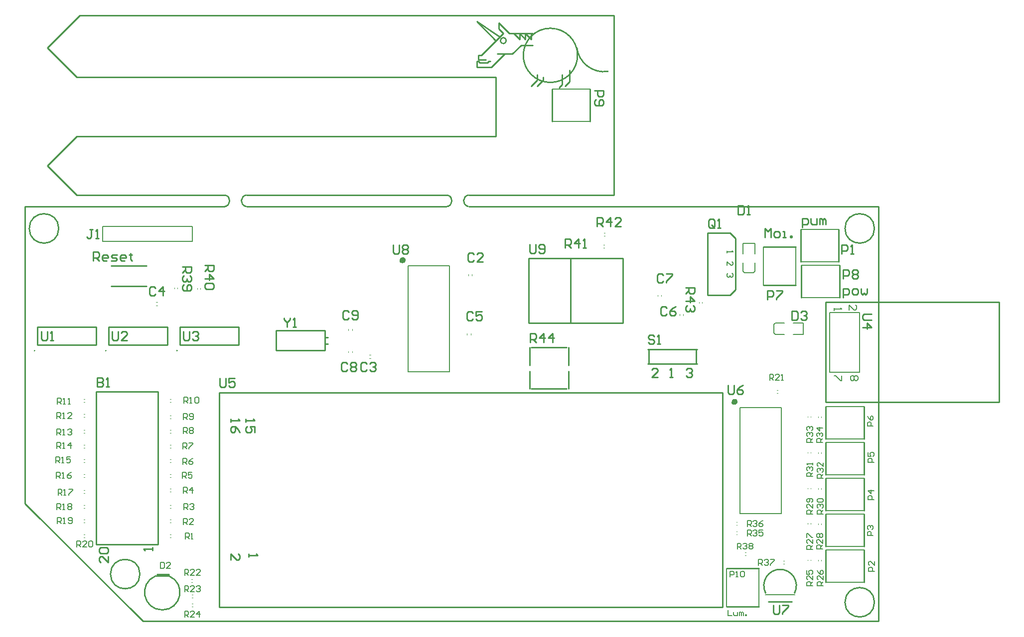
<source format=gto>
%FSLAX25Y25*%
%MOIN*%
G70*
G01*
G75*
G04 Layer_Color=65535*
%ADD10R,0.05118X0.05512*%
%ADD11R,0.05512X0.05118*%
%ADD12R,0.07874X0.02756*%
%ADD13R,0.03937X0.04331*%
%ADD14R,0.04331X0.03937*%
%ADD15R,0.11811X0.09055*%
%ADD16R,0.24016X0.40000*%
%ADD17R,0.07874X0.02362*%
%ADD18R,0.02362X0.06102*%
%ADD19C,0.03937*%
%ADD20C,0.01000*%
%ADD21C,0.02756*%
%ADD22C,0.05906*%
%ADD23C,0.01969*%
%ADD24C,0.07874*%
%ADD25C,0.01575*%
%ADD26C,0.27559*%
%ADD27C,0.07874*%
%ADD28O,0.05906X0.02953*%
%ADD29C,0.07087*%
%ADD30C,0.09843*%
%ADD31C,0.05906*%
%ADD32C,0.08661*%
%ADD33R,0.06299X0.06299*%
%ADD34C,0.06299*%
%ADD35R,0.06299X0.06299*%
%ADD36R,0.05906X0.05906*%
%ADD37C,0.04724*%
%ADD38C,0.01969*%
%ADD39R,0.05906X0.05906*%
%ADD40O,0.03937X0.07874*%
%ADD41O,0.07874X0.04331*%
%ADD42C,0.05000*%
%ADD43C,0.02756*%
%ADD44C,0.03543*%
%ADD45C,0.06693*%
%ADD46C,0.00787*%
%ADD47C,0.00394*%
%ADD48C,0.00800*%
D19*
X252559Y241732D02*
G03*
X252559Y241732I-197J0D01*
G01*
X474606Y146850D02*
G03*
X474606Y146850I-197J0D01*
G01*
D20*
X568110Y12598D02*
G03*
X568110Y12598I-9843J0D01*
G01*
Y262992D02*
G03*
X568110Y262992I-9843J0D01*
G01*
X22441D02*
G03*
X22441Y262992I-9843J0D01*
G01*
X76772Y31496D02*
G03*
X76772Y31496I-9843J0D01*
G01*
X101594Y181102D02*
G03*
X101594Y181102I-20J0D01*
G01*
X53957D02*
G03*
X53957Y181102I-20J0D01*
G01*
X6319Y181102D02*
G03*
X6319Y181102I-20J0D01*
G01*
X514764Y18898D02*
G03*
X495276Y18898I-9744J4860D01*
G01*
X87125Y30164D02*
G03*
X96312Y30182I4614J-10872D01*
G01*
X369094Y383858D02*
G03*
X389764Y368110I18209J2461D01*
G01*
X369527Y378937D02*
G03*
X369527Y378937I-18149J0D01*
G01*
X321850Y388779D02*
G03*
X321850Y388779I-1969J0D01*
G01*
X456614Y218425D02*
Y259921D01*
X471457D01*
X475079Y256299D01*
X456614Y218425D02*
X471378D01*
X475079Y222126D01*
Y256299D01*
X200394Y191339D02*
Y194685D01*
Y181299D02*
Y184646D01*
Y191339D01*
X167913Y194685D02*
X200394D01*
X167913Y181299D02*
X200394D01*
Y185787D02*
X202362D01*
X200394Y189961D02*
X202362D01*
X167717Y181299D02*
Y194685D01*
X88976Y51181D02*
Y153543D01*
X47638D02*
X88976D01*
X47638Y51181D02*
Y153543D01*
Y51181D02*
X88976D01*
X129764Y9449D02*
Y153150D01*
Y9449D02*
X466378D01*
X129764Y153150D02*
X466378D01*
Y9449D02*
Y153150D01*
X57480Y224213D02*
X81102D01*
X57480Y237992D02*
X81102D01*
X448819Y172244D02*
Y182087D01*
X416496D02*
X449646D01*
X417323Y172244D02*
Y182087D01*
X416496Y172244D02*
X449646D01*
X364764Y199606D02*
Y242913D01*
X337008Y199606D02*
Y242913D01*
Y199606D02*
X399764D01*
X337008Y242913D02*
X399764D01*
Y199606D02*
Y242913D01*
X535630Y122047D02*
Y143701D01*
X561221Y122047D02*
Y143701D01*
X535630Y98032D02*
Y119685D01*
X561221Y98032D02*
Y119685D01*
X535630Y74016D02*
Y95669D01*
X561221Y74016D02*
Y95669D01*
X535630Y25984D02*
Y47638D01*
X561221Y25984D02*
Y47638D01*
X535630Y50000D02*
Y71653D01*
X561221Y50000D02*
Y71653D01*
X469291Y35236D02*
X490945D01*
X469291Y9646D02*
X490945D01*
X493701Y225000D02*
X515354D01*
X493701Y250591D02*
X515354D01*
X518701Y240551D02*
Y262205D01*
X544291Y240551D02*
Y262205D01*
X519095Y216535D02*
Y238189D01*
X544685Y216535D02*
Y238189D01*
X338583Y183169D02*
X362205D01*
X338583Y155610D02*
X362205D01*
X363386Y171260D02*
Y183169D01*
X337402Y171260D02*
Y183169D01*
X363386Y155512D02*
Y167323D01*
X337402Y155610D02*
Y167323D01*
X103543Y185039D02*
Y196850D01*
Y185039D02*
X142913D01*
Y196850D01*
X103543D02*
X142913D01*
X55905Y185039D02*
Y196850D01*
Y185039D02*
X95276D01*
Y196850D01*
X55905D02*
X95276D01*
X8268Y185039D02*
Y196850D01*
Y185039D02*
X47638D01*
Y196850D01*
X8268D02*
X47638D01*
X535433Y146555D02*
X651575D01*
X535433D02*
Y213583D01*
X651575D01*
Y146555D02*
Y213583D01*
X497244Y12992D02*
X512992D01*
X88189Y31496D02*
X96063D01*
X87125Y30209D02*
X96312D01*
X352362Y334646D02*
Y356299D01*
X377953Y334646D02*
Y356299D01*
X302165Y401575D02*
X317611Y391278D01*
X302165Y401575D02*
X314961Y388779D01*
Y388779D02*
Y388779D01*
X342520Y358268D02*
X346457Y362205D01*
Y364173D01*
X338583Y358268D02*
X342520Y362205D01*
Y366142D01*
X361221Y358268D02*
X364173Y361221D01*
Y369094D01*
X357283Y357283D02*
X359252Y359252D01*
Y366142D01*
X320866Y379921D02*
X325787D01*
X315945D02*
X320866D01*
X315945Y375000D02*
X320866Y379921D01*
X331693Y385827D02*
X339567D01*
X325787Y379921D02*
X331693Y385827D01*
X310039Y375000D02*
X311024D01*
X309055Y374016D02*
X310039Y375000D01*
X304134Y374016D02*
X309055D01*
X303150Y375000D02*
X304134Y374016D01*
X302165Y375000D02*
X303150D01*
X302165Y371063D02*
Y375000D01*
X312008Y371063D02*
X315945Y375000D01*
X302165Y371063D02*
X312008D01*
X338583Y389764D02*
Y393701D01*
X334646D02*
X338583Y389764D01*
X334646D02*
Y393701D01*
X330709D02*
X334646Y389764D01*
X330709D02*
Y393701D01*
X326772D02*
X330709Y389764D01*
X315945Y375000D02*
Y375000D01*
X303150Y375984D02*
X308071D01*
X303150D02*
Y378937D01*
X305118D01*
X319882Y393701D01*
X316929Y396654D02*
X319882Y393701D01*
X316929Y396654D02*
Y400591D01*
X323819Y393701D02*
X328740D01*
X316929Y400591D02*
X323819Y393701D01*
X328740D02*
X339567D01*
X512795Y207770D02*
Y201772D01*
X515794D01*
X516794Y202771D01*
Y206770D01*
X515794Y207770D01*
X512795D01*
X518793Y206770D02*
X519793Y207770D01*
X521792D01*
X522792Y206770D01*
Y205770D01*
X521792Y204771D01*
X520793D01*
X521792D01*
X522792Y203771D01*
Y202771D01*
X521792Y201772D01*
X519793D01*
X518793Y202771D01*
X48100Y162998D02*
Y157000D01*
X51099D01*
X52099Y158000D01*
Y158999D01*
X51099Y159999D01*
X48100D01*
X51099D01*
X52099Y160999D01*
Y161998D01*
X51099Y162998D01*
X48100D01*
X54098Y157000D02*
X56097D01*
X55098D01*
Y162998D01*
X54098Y161998D01*
X300299Y245598D02*
X299299Y246598D01*
X297300D01*
X296300Y245598D01*
Y241600D01*
X297300Y240600D01*
X299299D01*
X300299Y241600D01*
X306297Y240600D02*
X302298D01*
X306297Y244599D01*
Y245598D01*
X305297Y246598D01*
X303298D01*
X302298Y245598D01*
X228408Y172321D02*
X227409Y173321D01*
X225409D01*
X224410Y172321D01*
Y168323D01*
X225409Y167323D01*
X227409D01*
X228408Y168323D01*
X230408Y172321D02*
X231407Y173321D01*
X233406D01*
X234406Y172321D01*
Y171321D01*
X233406Y170322D01*
X232407D01*
X233406D01*
X234406Y169322D01*
Y168323D01*
X233406Y167323D01*
X231407D01*
X230408Y168323D01*
X87099Y222998D02*
X86099Y223998D01*
X84100D01*
X83100Y222998D01*
Y219000D01*
X84100Y218000D01*
X86099D01*
X87099Y219000D01*
X92097Y218000D02*
Y223998D01*
X89098Y220999D01*
X93097D01*
X299499Y206198D02*
X298499Y207198D01*
X296500D01*
X295500Y206198D01*
Y202200D01*
X296500Y201200D01*
X298499D01*
X299499Y202200D01*
X305497Y207198D02*
X301498D01*
Y204199D01*
X303497Y205199D01*
X304497D01*
X305497Y204199D01*
Y202200D01*
X304497Y201200D01*
X302498D01*
X301498Y202200D01*
X429196Y209723D02*
X428196Y210722D01*
X426196D01*
X425197Y209723D01*
Y205724D01*
X426196Y204724D01*
X428196D01*
X429196Y205724D01*
X435194Y210722D02*
X433194Y209723D01*
X431195Y207723D01*
Y205724D01*
X432195Y204724D01*
X434194D01*
X435194Y205724D01*
Y206724D01*
X434194Y207723D01*
X431195D01*
X426799Y231798D02*
X425799Y232798D01*
X423800D01*
X422800Y231798D01*
Y227800D01*
X423800Y226800D01*
X425799D01*
X426799Y227800D01*
X428798Y232798D02*
X432797D01*
Y231798D01*
X428798Y227800D01*
Y226800D01*
X215613Y172321D02*
X214613Y173321D01*
X212614D01*
X211614Y172321D01*
Y168323D01*
X212614Y167323D01*
X214613D01*
X215613Y168323D01*
X217612Y172321D02*
X218612Y173321D01*
X220611D01*
X221611Y172321D01*
Y171321D01*
X220611Y170322D01*
X221611Y169322D01*
Y168323D01*
X220611Y167323D01*
X218612D01*
X217612Y168323D01*
Y169322D01*
X218612Y170322D01*
X217612Y171321D01*
Y172321D01*
X218612Y170322D02*
X220611D01*
X216400Y207164D02*
X215401Y208163D01*
X213401D01*
X212402Y207164D01*
Y203165D01*
X213401Y202165D01*
X215401D01*
X216400Y203165D01*
X218400D02*
X219399Y202165D01*
X221399D01*
X222398Y203165D01*
Y207164D01*
X221399Y208163D01*
X219399D01*
X218400Y207164D01*
Y206164D01*
X219399Y205164D01*
X222398D01*
X476776Y278378D02*
Y272379D01*
X479775D01*
X480774Y273379D01*
Y277378D01*
X479775Y278378D01*
X476776D01*
X482774Y272379D02*
X484773D01*
X483773D01*
Y278378D01*
X482774Y277378D01*
X45337Y262297D02*
X43338D01*
X44338D01*
Y257299D01*
X43338Y256299D01*
X42338D01*
X41339Y257299D01*
X47337Y256299D02*
X49336D01*
X48336D01*
Y262297D01*
X47337Y261298D01*
X546260Y246063D02*
Y252061D01*
X549259D01*
X550259Y251061D01*
Y249062D01*
X549259Y248062D01*
X546260D01*
X552258Y246063D02*
X554257D01*
X553258D01*
Y252061D01*
X552258Y251061D01*
X496457Y215354D02*
Y221352D01*
X499456D01*
X500455Y220353D01*
Y218353D01*
X499456Y217354D01*
X496457D01*
X502455Y221352D02*
X506454D01*
Y220353D01*
X502455Y216354D01*
Y215354D01*
X547244Y229331D02*
Y235329D01*
X550243D01*
X551243Y234329D01*
Y232330D01*
X550243Y231330D01*
X547244D01*
X553242Y234329D02*
X554242Y235329D01*
X556241D01*
X557241Y234329D01*
Y233329D01*
X556241Y232330D01*
X557241Y231330D01*
Y230330D01*
X556241Y229331D01*
X554242D01*
X553242Y230330D01*
Y231330D01*
X554242Y232330D01*
X553242Y233329D01*
Y234329D01*
X554242Y232330D02*
X556241D01*
X380906Y355315D02*
X386904D01*
Y352316D01*
X385904Y351316D01*
X383905D01*
X382905Y352316D01*
Y355315D01*
X381905Y349317D02*
X380906Y348317D01*
Y346318D01*
X381905Y345318D01*
X385904D01*
X386904Y346318D01*
Y348317D01*
X385904Y349317D01*
X384904D01*
X383905Y348317D01*
Y345318D01*
X461070Y264404D02*
Y268403D01*
X460071Y269403D01*
X458071D01*
X457072Y268403D01*
Y264404D01*
X458071Y263405D01*
X460071D01*
X459071Y265404D02*
X461070Y263405D01*
X460071D02*
X461070Y264404D01*
X463070Y263405D02*
X465069D01*
X464069D01*
Y269403D01*
X463070Y268403D01*
X105315Y237205D02*
X111313D01*
Y234206D01*
X110313Y233206D01*
X108314D01*
X107314Y234206D01*
Y237205D01*
Y235205D02*
X105315Y233206D01*
X110313Y231207D02*
X111313Y230207D01*
Y228208D01*
X110313Y227208D01*
X109314D01*
X108314Y228208D01*
Y229207D01*
Y228208D01*
X107314Y227208D01*
X106315D01*
X105315Y228208D01*
Y230207D01*
X106315Y231207D01*
Y225209D02*
X105315Y224209D01*
Y222210D01*
X106315Y221210D01*
X110313D01*
X111313Y222210D01*
Y224209D01*
X110313Y225209D01*
X109314D01*
X108314Y224209D01*
Y221210D01*
X120079Y238189D02*
X126077D01*
Y235190D01*
X125077Y234190D01*
X123078D01*
X122078Y235190D01*
Y238189D01*
Y236190D02*
X120079Y234190D01*
Y229192D02*
X126077D01*
X123078Y232191D01*
Y228192D01*
X125077Y226193D02*
X126077Y225193D01*
Y223194D01*
X125077Y222194D01*
X121078D01*
X120079Y223194D01*
Y225193D01*
X121078Y226193D01*
X125077D01*
X361221Y250000D02*
Y255998D01*
X364219D01*
X365219Y254998D01*
Y252999D01*
X364219Y251999D01*
X361221D01*
X363220D02*
X365219Y250000D01*
X370218D02*
Y255998D01*
X367218Y252999D01*
X371217D01*
X373217Y250000D02*
X375216D01*
X374216D01*
Y255998D01*
X373217Y254998D01*
X382500Y264200D02*
Y270198D01*
X385499D01*
X386499Y269198D01*
Y267199D01*
X385499Y266199D01*
X382500D01*
X384499D02*
X386499Y264200D01*
X391497D02*
Y270198D01*
X388498Y267199D01*
X392497D01*
X398495Y264200D02*
X394496D01*
X398495Y268199D01*
Y269198D01*
X397495Y270198D01*
X395496D01*
X394496Y269198D01*
X441929Y223425D02*
X447927D01*
Y220426D01*
X446927Y219426D01*
X444928D01*
X443928Y220426D01*
Y223425D01*
Y221426D02*
X441929Y219426D01*
Y214428D02*
X447927D01*
X444928Y217427D01*
Y213428D01*
X446927Y211429D02*
X447927Y210429D01*
Y208430D01*
X446927Y207430D01*
X445928D01*
X444928Y208430D01*
Y209430D01*
Y208430D01*
X443928Y207430D01*
X442929D01*
X441929Y208430D01*
Y210429D01*
X442929Y211429D01*
X45500Y241500D02*
Y247498D01*
X48499D01*
X49499Y246498D01*
Y244499D01*
X48499Y243499D01*
X45500D01*
X47499D02*
X49499Y241500D01*
X54497D02*
X52498D01*
X51498Y242500D01*
Y244499D01*
X52498Y245499D01*
X54497D01*
X55497Y244499D01*
Y243499D01*
X51498D01*
X57496Y241500D02*
X60495D01*
X61495Y242500D01*
X60495Y243499D01*
X58496D01*
X57496Y244499D01*
X58496Y245499D01*
X61495D01*
X66493Y241500D02*
X64494D01*
X63494Y242500D01*
Y244499D01*
X64494Y245499D01*
X66493D01*
X67493Y244499D01*
Y243499D01*
X63494D01*
X70492Y246498D02*
Y245499D01*
X69492D01*
X71492D01*
X70492D01*
Y242500D01*
X71492Y241500D01*
X420999Y190598D02*
X419999Y191598D01*
X418000D01*
X417000Y190598D01*
Y189599D01*
X418000Y188599D01*
X419999D01*
X420999Y187599D01*
Y186600D01*
X419999Y185600D01*
X418000D01*
X417000Y186600D01*
X422998Y185600D02*
X424997D01*
X423998D01*
Y191598D01*
X422998Y190598D01*
X10827Y193990D02*
Y188992D01*
X11826Y187992D01*
X13826D01*
X14826Y188992D01*
Y193990D01*
X16825Y187992D02*
X18824D01*
X17824D01*
Y193990D01*
X16825Y192991D01*
X58071Y193990D02*
Y188992D01*
X59071Y187992D01*
X61070D01*
X62070Y188992D01*
Y193990D01*
X68068Y187992D02*
X64069D01*
X68068Y191991D01*
Y192991D01*
X67068Y193990D01*
X65069D01*
X64069Y192991D01*
X105709Y193990D02*
Y188992D01*
X106708Y187992D01*
X108708D01*
X109707Y188992D01*
Y193990D01*
X111707Y192991D02*
X112706Y193990D01*
X114706D01*
X115705Y192991D01*
Y191991D01*
X114706Y190991D01*
X113706D01*
X114706D01*
X115705Y189991D01*
Y188992D01*
X114706Y187992D01*
X112706D01*
X111707Y188992D01*
X130300Y162598D02*
Y157600D01*
X131300Y156600D01*
X133299D01*
X134299Y157600D01*
Y162598D01*
X140297D02*
X136298D01*
Y159599D01*
X138297Y160599D01*
X139297D01*
X140297Y159599D01*
Y157600D01*
X139297Y156600D01*
X137298D01*
X136298Y157600D01*
X500394Y10723D02*
Y5724D01*
X501393Y4724D01*
X503393D01*
X504392Y5724D01*
Y10723D01*
X506392D02*
X510391D01*
Y9723D01*
X506392Y5724D01*
Y4724D01*
X246063Y252061D02*
Y247063D01*
X247063Y246063D01*
X249062D01*
X250062Y247063D01*
Y252061D01*
X252061Y251061D02*
X253061Y252061D01*
X255060D01*
X256060Y251061D01*
Y250062D01*
X255060Y249062D01*
X256060Y248062D01*
Y247063D01*
X255060Y246063D01*
X253061D01*
X252061Y247063D01*
Y248062D01*
X253061Y249062D01*
X252061Y250062D01*
Y251061D01*
X253061Y249062D02*
X255060D01*
X337500Y252398D02*
Y247400D01*
X338500Y246400D01*
X340499D01*
X341499Y247400D01*
Y252398D01*
X343498Y247400D02*
X344498Y246400D01*
X346497D01*
X347497Y247400D01*
Y251398D01*
X346497Y252398D01*
X344498D01*
X343498Y251398D01*
Y250399D01*
X344498Y249399D01*
X347497D01*
X173228Y202849D02*
Y201849D01*
X175228Y199849D01*
X177227Y201849D01*
Y202849D01*
X175228Y199849D02*
Y196850D01*
X179226D02*
X181226D01*
X180226D01*
Y202849D01*
X179226Y201849D01*
X566037Y205709D02*
X561039D01*
X560039Y204709D01*
Y202710D01*
X561039Y201710D01*
X566037D01*
X560039Y196712D02*
X566037D01*
X563038Y199711D01*
Y195712D01*
X337900Y186700D02*
Y192698D01*
X340899D01*
X341899Y191698D01*
Y189699D01*
X340899Y188699D01*
X337900D01*
X339899D02*
X341899Y186700D01*
X346897D02*
Y192698D01*
X343898Y189699D01*
X347897D01*
X352895Y186700D02*
Y192698D01*
X349896Y189699D01*
X353895D01*
X470300Y157998D02*
Y153000D01*
X471300Y152000D01*
X473299D01*
X474299Y153000D01*
Y157998D01*
X480297D02*
X478297Y156998D01*
X476298Y154999D01*
Y153000D01*
X477298Y152000D01*
X479297D01*
X480297Y153000D01*
Y153999D01*
X479297Y154999D01*
X476298D01*
X55512Y43369D02*
Y39370D01*
X51513Y43369D01*
X50513D01*
X49514Y42369D01*
Y40370D01*
X50513Y39370D01*
Y45368D02*
X49514Y46368D01*
Y48367D01*
X50513Y49367D01*
X54512D01*
X55512Y48367D01*
Y46368D01*
X54512Y45368D01*
X50513D01*
X85039Y47244D02*
Y49243D01*
Y48244D01*
X79041D01*
X80041Y47244D01*
X137638Y135433D02*
Y133434D01*
Y134433D01*
X143636D01*
X142636Y135433D01*
X143636Y126436D02*
X142636Y128435D01*
X140637Y130435D01*
X138637D01*
X137638Y129435D01*
Y127436D01*
X138637Y126436D01*
X139637D01*
X140637Y127436D01*
Y130435D01*
X147480Y135433D02*
Y133434D01*
Y134433D01*
X153478D01*
X152479Y135433D01*
X153478Y126436D02*
Y130435D01*
X150479D01*
X151479Y128435D01*
Y127436D01*
X150479Y126436D01*
X148480D01*
X147480Y127436D01*
Y129435D01*
X148480Y130435D01*
X137638Y40883D02*
Y44882D01*
X141637Y40883D01*
X142636D01*
X143636Y41883D01*
Y43882D01*
X142636Y44882D01*
X149449D02*
Y42882D01*
Y43882D01*
X155447D01*
X154447Y44882D01*
X423290Y163386D02*
X419291D01*
X423290Y167385D01*
Y168384D01*
X422290Y169384D01*
X420291D01*
X419291Y168384D01*
X431287Y163386D02*
X433287D01*
X432287D01*
Y169384D01*
X431287Y168384D01*
X442284D02*
X443284Y169384D01*
X445283D01*
X446283Y168384D01*
Y167385D01*
X445283Y166385D01*
X444283D01*
X445283D01*
X446283Y165385D01*
Y164385D01*
X445283Y163386D01*
X443284D01*
X442284Y164385D01*
X494882Y257087D02*
Y263085D01*
X496881Y261085D01*
X498881Y263085D01*
Y257087D01*
X501880D02*
X503879D01*
X504879Y258086D01*
Y260086D01*
X503879Y261085D01*
X501880D01*
X500880Y260086D01*
Y258086D01*
X501880Y257087D01*
X506878D02*
X508877D01*
X507878D01*
Y261085D01*
X506878D01*
X511876Y257087D02*
Y258086D01*
X512876D01*
Y257087D01*
X511876D01*
X519685Y263749D02*
Y269747D01*
X522684D01*
X523684Y268747D01*
Y266748D01*
X522684Y265748D01*
X519685D01*
X525683Y269747D02*
Y266748D01*
X526683Y265748D01*
X529682D01*
Y269747D01*
X531681Y265748D02*
Y269747D01*
X532681D01*
X533680Y268747D01*
Y265748D01*
Y268747D01*
X534680Y269747D01*
X535680Y268747D01*
Y265748D01*
X547244Y216505D02*
Y222503D01*
X550243D01*
X551243Y221503D01*
Y219504D01*
X550243Y218504D01*
X547244D01*
X554242D02*
X556241D01*
X557241Y219504D01*
Y221503D01*
X556241Y222503D01*
X554242D01*
X553242Y221503D01*
Y219504D01*
X554242Y218504D01*
X559240Y222503D02*
Y219504D01*
X560240Y218504D01*
X561240Y219504D01*
X562239Y218504D01*
X563239Y219504D01*
Y222503D01*
X282044Y277593D02*
G03*
X282549Y285299I-514J3903D01*
G01*
X296764Y285399D02*
G03*
X296259Y277693I514J-3903D01*
G01*
X148108Y285399D02*
G03*
X147603Y277693I514J-3903D01*
G01*
X133388Y277593D02*
G03*
X133893Y285299I-514J3903D01*
G01*
X148108Y277593D02*
X282010D01*
X148108Y285399D02*
X282456D01*
X-0Y277559D02*
X34Y277593D01*
X133388D01*
X34449Y285433D02*
X133800D01*
X14764Y305118D02*
X34449Y285433D01*
X14764Y305118D02*
X34449Y324803D01*
X314961D01*
Y364173D01*
X34449D02*
X314961D01*
X14764Y383858D02*
X34449Y364173D01*
X14764Y383858D02*
X36417Y405512D01*
X393701D01*
Y285433D02*
Y405512D01*
X393667Y285399D02*
X393701Y285433D01*
X296730Y285399D02*
X393667D01*
X296730Y277593D02*
X393667D01*
X393701Y277559D01*
X570866D01*
X570866Y277559D01*
Y0D02*
Y277559D01*
X78740Y0D02*
X570866D01*
X-0Y78740D02*
X78740Y0D01*
X-0Y78740D02*
Y277559D01*
D46*
X513779Y199803D02*
X520669D01*
Y191929D02*
Y199803D01*
X513779Y191929D02*
X520669D01*
X501968Y199803D02*
X507874D01*
X500984Y198819D02*
X501968Y199803D01*
X500984Y192913D02*
Y198819D01*
Y192913D02*
X501968Y191929D01*
X507874D01*
X480315Y246063D02*
Y252953D01*
X488189D01*
Y246063D02*
Y252953D01*
X480315Y234252D02*
Y240158D01*
Y234252D02*
X481299Y233268D01*
X487205D01*
X488189Y234252D01*
Y240158D01*
X256299Y166870D02*
Y237972D01*
X283858Y166870D02*
Y237972D01*
X256299D02*
X283858D01*
X256299Y166929D02*
X283858Y166870D01*
X535630Y143701D02*
X561221D01*
X535630Y122047D02*
X561221D01*
X535630Y119685D02*
X561221D01*
X535630Y98032D02*
X561221D01*
X535630Y95669D02*
X561221D01*
X535630Y74016D02*
X561221D01*
X535630Y47638D02*
X561221D01*
X535630Y25984D02*
X561221D01*
X535630Y71653D02*
X561221D01*
X535630Y50000D02*
X561221D01*
X490945Y9646D02*
Y35236D01*
X469291Y9646D02*
Y35236D01*
X51693Y264449D02*
X111693D01*
X51693Y254449D02*
X111693D01*
Y264449D01*
X51693Y254449D02*
Y264449D01*
X493701Y225000D02*
Y250591D01*
X515354Y225000D02*
Y250591D01*
X518701Y262205D02*
X544291D01*
X518701Y240551D02*
X544291D01*
X519095Y238189D02*
X544685D01*
X519095Y216535D02*
X544685D01*
X478346Y72047D02*
X505905Y71988D01*
X478346Y143091D02*
X505905D01*
Y71988D02*
Y143091D01*
X478346Y71988D02*
Y143091D01*
X538307Y166772D02*
X558307D01*
X538307Y206772D02*
X558307D01*
Y166772D02*
Y206772D01*
X538307Y166772D02*
Y206772D01*
X495276Y17539D02*
X514764D01*
X352362Y356299D02*
X377953D01*
X352362Y334646D02*
X377953D01*
X469488Y248031D02*
Y246720D01*
Y247375D01*
X473424D01*
X472768Y248031D01*
X469488Y238192D02*
Y240816D01*
X472112Y238192D01*
X472768D01*
X473424Y238848D01*
Y240160D01*
X472768Y240816D01*
Y232944D02*
X473424Y232289D01*
Y230977D01*
X472768Y230321D01*
X472112D01*
X471456Y230977D01*
Y231633D01*
Y230977D01*
X470800Y230321D01*
X470144D01*
X469488Y230977D01*
Y232289D01*
X470144Y232944D01*
X90551Y39369D02*
Y35433D01*
X92519D01*
X93175Y36089D01*
Y38713D01*
X92519Y39369D01*
X90551D01*
X97111Y35433D02*
X94487D01*
X97111Y38057D01*
Y38713D01*
X96455Y39369D01*
X95143D01*
X94487Y38713D01*
X568110Y33465D02*
X564175D01*
Y35432D01*
X564830Y36088D01*
X566142D01*
X566798Y35432D01*
Y33465D01*
X568110Y40024D02*
Y37400D01*
X565486Y40024D01*
X564830D01*
X564175Y39368D01*
Y38056D01*
X564830Y37400D01*
X567323Y57480D02*
X563387D01*
Y59448D01*
X564043Y60104D01*
X565355D01*
X566011Y59448D01*
Y57480D01*
X564043Y61416D02*
X563387Y62072D01*
Y63384D01*
X564043Y64040D01*
X564699D01*
X565355Y63384D01*
Y62728D01*
Y63384D01*
X566011Y64040D01*
X566667D01*
X567323Y63384D01*
Y62072D01*
X566667Y61416D01*
X567717Y81496D02*
X563781D01*
Y83464D01*
X564437Y84120D01*
X565749D01*
X566405Y83464D01*
Y81496D01*
X567717Y87400D02*
X563781D01*
X565749Y85432D01*
Y88056D01*
X567717Y106299D02*
X563781D01*
Y108267D01*
X564437Y108923D01*
X565749D01*
X566405Y108267D01*
Y106299D01*
X563781Y112859D02*
Y110235D01*
X565749D01*
X565093Y111547D01*
Y112203D01*
X565749Y112859D01*
X567061D01*
X567717Y112203D01*
Y110891D01*
X567061Y110235D01*
X567323Y130709D02*
X563387D01*
Y132676D01*
X564043Y133333D01*
X565355D01*
X566011Y132676D01*
Y130709D01*
X563387Y137268D02*
X564043Y135956D01*
X565355Y134644D01*
X566667D01*
X567323Y135300D01*
Y136612D01*
X566667Y137268D01*
X566011D01*
X565355Y136612D01*
Y134644D01*
X471457Y29528D02*
Y33463D01*
X473425D01*
X474081Y32807D01*
Y31495D01*
X473425Y30839D01*
X471457D01*
X475392Y29528D02*
X476704D01*
X476048D01*
Y33463D01*
X475392Y32807D01*
X478672D02*
X479328Y33463D01*
X480640D01*
X481296Y32807D01*
Y30184D01*
X480640Y29528D01*
X479328D01*
X478672Y30184D01*
Y32807D01*
X107087Y55118D02*
Y59054D01*
X109055D01*
X109710Y58398D01*
Y57086D01*
X109055Y56430D01*
X107087D01*
X108398D02*
X109710Y55118D01*
X111022D02*
X112334D01*
X111678D01*
Y59054D01*
X111022Y58398D01*
X105905Y64567D02*
Y68503D01*
X107873D01*
X108529Y67847D01*
Y66535D01*
X107873Y65879D01*
X105905D01*
X107217D02*
X108529Y64567D01*
X112465D02*
X109841D01*
X112465Y67191D01*
Y67847D01*
X111809Y68503D01*
X110497D01*
X109841Y67847D01*
X106299Y74803D02*
Y78739D01*
X108267D01*
X108923Y78083D01*
Y76771D01*
X108267Y76115D01*
X106299D01*
X107611D02*
X108923Y74803D01*
X110235Y78083D02*
X110891Y78739D01*
X112203D01*
X112859Y78083D01*
Y77427D01*
X112203Y76771D01*
X111547D01*
X112203D01*
X112859Y76115D01*
Y75459D01*
X112203Y74803D01*
X110891D01*
X110235Y75459D01*
X105905Y85827D02*
Y89763D01*
X107873D01*
X108529Y89107D01*
Y87795D01*
X107873Y87139D01*
X105905D01*
X107217D02*
X108529Y85827D01*
X111809D02*
Y89763D01*
X109841Y87795D01*
X112465D01*
X105118Y95669D02*
Y99605D01*
X107086D01*
X107742Y98949D01*
Y97637D01*
X107086Y96981D01*
X105118D01*
X106430D02*
X107742Y95669D01*
X111678Y99605D02*
X109054D01*
Y97637D01*
X110366Y98293D01*
X111022D01*
X111678Y97637D01*
Y96325D01*
X111022Y95669D01*
X109710D01*
X109054Y96325D01*
X105512Y105118D02*
Y109054D01*
X107480D01*
X108136Y108398D01*
Y107086D01*
X107480Y106430D01*
X105512D01*
X106824D02*
X108136Y105118D01*
X112071Y109054D02*
X110759Y108398D01*
X109448Y107086D01*
Y105774D01*
X110103Y105118D01*
X111415D01*
X112071Y105774D01*
Y106430D01*
X111415Y107086D01*
X109448D01*
X105512Y115354D02*
Y119290D01*
X107480D01*
X108136Y118634D01*
Y117322D01*
X107480Y116666D01*
X105512D01*
X106824D02*
X108136Y115354D01*
X109448Y119290D02*
X112071D01*
Y118634D01*
X109448Y116010D01*
Y115354D01*
X105905Y125591D02*
Y129526D01*
X107873D01*
X108529Y128870D01*
Y127558D01*
X107873Y126902D01*
X105905D01*
X107217D02*
X108529Y125591D01*
X109841Y128870D02*
X110497Y129526D01*
X111809D01*
X112465Y128870D01*
Y128214D01*
X111809Y127558D01*
X112465Y126902D01*
Y126247D01*
X111809Y125591D01*
X110497D01*
X109841Y126247D01*
Y126902D01*
X110497Y127558D01*
X109841Y128214D01*
Y128870D01*
X110497Y127558D02*
X111809D01*
X105905Y135039D02*
Y138975D01*
X107873D01*
X108529Y138319D01*
Y137007D01*
X107873Y136351D01*
X105905D01*
X107217D02*
X108529Y135039D01*
X109841Y135695D02*
X110497Y135039D01*
X111809D01*
X112465Y135695D01*
Y138319D01*
X111809Y138975D01*
X110497D01*
X109841Y138319D01*
Y137663D01*
X110497Y137007D01*
X112465D01*
X106299Y146063D02*
Y149999D01*
X108267D01*
X108923Y149343D01*
Y148031D01*
X108267Y147375D01*
X106299D01*
X107611D02*
X108923Y146063D01*
X110235D02*
X111547D01*
X110891D01*
Y149999D01*
X110235Y149343D01*
X113515D02*
X114171Y149999D01*
X115483D01*
X116139Y149343D01*
Y146719D01*
X115483Y146063D01*
X114171D01*
X113515Y146719D01*
Y149343D01*
X21654Y145276D02*
Y149211D01*
X23621D01*
X24277Y148555D01*
Y147243D01*
X23621Y146588D01*
X21654D01*
X22965D02*
X24277Y145276D01*
X25589D02*
X26901D01*
X26245D01*
Y149211D01*
X25589Y148555D01*
X28869Y145276D02*
X30181D01*
X29525D01*
Y149211D01*
X28869Y148555D01*
X21260Y135827D02*
Y139762D01*
X23228D01*
X23884Y139107D01*
Y137795D01*
X23228Y137139D01*
X21260D01*
X22572D02*
X23884Y135827D01*
X25196D02*
X26507D01*
X25852D01*
Y139762D01*
X25196Y139107D01*
X31099Y135827D02*
X28475D01*
X31099Y138451D01*
Y139107D01*
X30443Y139762D01*
X29131D01*
X28475Y139107D01*
X21260Y124803D02*
Y128739D01*
X23228D01*
X23884Y128083D01*
Y126771D01*
X23228Y126115D01*
X21260D01*
X22572D02*
X23884Y124803D01*
X25196D02*
X26507D01*
X25852D01*
Y128739D01*
X25196Y128083D01*
X28475D02*
X29131Y128739D01*
X30443D01*
X31099Y128083D01*
Y127427D01*
X30443Y126771D01*
X29787D01*
X30443D01*
X31099Y126115D01*
Y125459D01*
X30443Y124803D01*
X29131D01*
X28475Y125459D01*
X21260Y115748D02*
Y119684D01*
X23228D01*
X23884Y119028D01*
Y117716D01*
X23228Y117060D01*
X21260D01*
X22572D02*
X23884Y115748D01*
X25196D02*
X26507D01*
X25852D01*
Y119684D01*
X25196Y119028D01*
X30443Y115748D02*
Y119684D01*
X28475Y117716D01*
X31099D01*
X20472Y105905D02*
Y109841D01*
X22440D01*
X23096Y109185D01*
Y107873D01*
X22440Y107217D01*
X20472D01*
X21784D02*
X23096Y105905D01*
X24408D02*
X25720D01*
X25064D01*
Y109841D01*
X24408Y109185D01*
X30312Y109841D02*
X27688D01*
Y107873D01*
X29000Y108529D01*
X29656D01*
X30312Y107873D01*
Y106562D01*
X29656Y105905D01*
X28344D01*
X27688Y106562D01*
X20866Y95669D02*
Y99605D01*
X22834D01*
X23490Y98949D01*
Y97637D01*
X22834Y96981D01*
X20866D01*
X22178D02*
X23490Y95669D01*
X24802D02*
X26114D01*
X25458D01*
Y99605D01*
X24802Y98949D01*
X30705Y99605D02*
X29394Y98949D01*
X28082Y97637D01*
Y96325D01*
X28738Y95669D01*
X30049D01*
X30705Y96325D01*
Y96981D01*
X30049Y97637D01*
X28082D01*
X22047Y84252D02*
Y88188D01*
X24015D01*
X24671Y87532D01*
Y86220D01*
X24015Y85564D01*
X22047D01*
X23359D02*
X24671Y84252D01*
X25983D02*
X27295D01*
X26639D01*
Y88188D01*
X25983Y87532D01*
X29263Y88188D02*
X31887D01*
Y87532D01*
X29263Y84908D01*
Y84252D01*
X21260Y74803D02*
Y78739D01*
X23228D01*
X23884Y78083D01*
Y76771D01*
X23228Y76115D01*
X21260D01*
X22572D02*
X23884Y74803D01*
X25196D02*
X26507D01*
X25852D01*
Y78739D01*
X25196Y78083D01*
X28475D02*
X29131Y78739D01*
X30443D01*
X31099Y78083D01*
Y77427D01*
X30443Y76771D01*
X31099Y76115D01*
Y75459D01*
X30443Y74803D01*
X29131D01*
X28475Y75459D01*
Y76115D01*
X29131Y76771D01*
X28475Y77427D01*
Y78083D01*
X29131Y76771D02*
X30443D01*
X21654Y65354D02*
Y69290D01*
X23621D01*
X24277Y68634D01*
Y67322D01*
X23621Y66666D01*
X21654D01*
X22965D02*
X24277Y65354D01*
X25589D02*
X26901D01*
X26245D01*
Y69290D01*
X25589Y68634D01*
X28869Y66010D02*
X29525Y65354D01*
X30837D01*
X31493Y66010D01*
Y68634D01*
X30837Y69290D01*
X29525D01*
X28869Y68634D01*
Y67978D01*
X29525Y67322D01*
X31493D01*
X34646Y49606D02*
Y53542D01*
X36614D01*
X37269Y52886D01*
Y51574D01*
X36614Y50918D01*
X34646D01*
X35958D02*
X37269Y49606D01*
X41205D02*
X38581D01*
X41205Y52230D01*
Y52886D01*
X40549Y53542D01*
X39237D01*
X38581Y52886D01*
X42517D02*
X43173Y53542D01*
X44485D01*
X45141Y52886D01*
Y50262D01*
X44485Y49606D01*
X43173D01*
X42517Y50262D01*
Y52886D01*
X498032Y161417D02*
Y165353D01*
X499999D01*
X500655Y164697D01*
Y163385D01*
X499999Y162729D01*
X498032D01*
X499343D02*
X500655Y161417D01*
X504591D02*
X501967D01*
X504591Y164041D01*
Y164697D01*
X503935Y165353D01*
X502623D01*
X501967Y164697D01*
X505903Y161417D02*
X507215D01*
X506559D01*
Y165353D01*
X505903Y164697D01*
X106693Y30709D02*
Y34644D01*
X108661D01*
X109317Y33988D01*
Y32677D01*
X108661Y32021D01*
X106693D01*
X108005D02*
X109317Y30709D01*
X113252D02*
X110629D01*
X113252Y33332D01*
Y33988D01*
X112596Y34644D01*
X111285D01*
X110629Y33988D01*
X117188Y30709D02*
X114564D01*
X117188Y33332D01*
Y33988D01*
X116532Y34644D01*
X115220D01*
X114564Y33988D01*
X106693Y19685D02*
Y23621D01*
X108661D01*
X109317Y22965D01*
Y21653D01*
X108661Y20997D01*
X106693D01*
X108005D02*
X109317Y19685D01*
X113252D02*
X110629D01*
X113252Y22309D01*
Y22965D01*
X112596Y23621D01*
X111285D01*
X110629Y22965D01*
X114564D02*
X115220Y23621D01*
X116532D01*
X117188Y22965D01*
Y22309D01*
X116532Y21653D01*
X115876D01*
X116532D01*
X117188Y20997D01*
Y20341D01*
X116532Y19685D01*
X115220D01*
X114564Y20341D01*
X106693Y2756D02*
Y6692D01*
X108661D01*
X109317Y6036D01*
Y4724D01*
X108661Y4068D01*
X106693D01*
X108005D02*
X109317Y2756D01*
X113252D02*
X110629D01*
X113252Y5380D01*
Y6036D01*
X112596Y6692D01*
X111285D01*
X110629Y6036D01*
X116532Y2756D02*
Y6692D01*
X114564Y4724D01*
X117188D01*
X526772Y23622D02*
X522836D01*
Y25590D01*
X523492Y26246D01*
X524804D01*
X525460Y25590D01*
Y23622D01*
Y24934D02*
X526772Y26246D01*
Y30182D02*
Y27558D01*
X524148Y30182D01*
X523492D01*
X522836Y29526D01*
Y28214D01*
X523492Y27558D01*
X522836Y34117D02*
Y31493D01*
X524804D01*
X524148Y32805D01*
Y33461D01*
X524804Y34117D01*
X526116D01*
X526772Y33461D01*
Y32149D01*
X526116Y31493D01*
X533858Y23622D02*
X529922D01*
Y25590D01*
X530579Y26246D01*
X531890D01*
X532546Y25590D01*
Y23622D01*
Y24934D02*
X533858Y26246D01*
Y30182D02*
Y27558D01*
X531234Y30182D01*
X530579D01*
X529922Y29526D01*
Y28214D01*
X530579Y27558D01*
X529922Y34117D02*
X530579Y32805D01*
X531890Y31493D01*
X533202D01*
X533858Y32149D01*
Y33461D01*
X533202Y34117D01*
X532546D01*
X531890Y33461D01*
Y31493D01*
X526772Y48031D02*
X522836D01*
Y49999D01*
X523492Y50655D01*
X524804D01*
X525460Y49999D01*
Y48031D01*
Y49343D02*
X526772Y50655D01*
Y54591D02*
Y51967D01*
X524148Y54591D01*
X523492D01*
X522836Y53935D01*
Y52623D01*
X523492Y51967D01*
X522836Y55903D02*
Y58527D01*
X523492D01*
X526116Y55903D01*
X526772D01*
X533465Y48228D02*
X529529D01*
Y50196D01*
X530185Y50852D01*
X531497D01*
X532153Y50196D01*
Y48228D01*
Y49540D02*
X533465Y50852D01*
Y54788D02*
Y52164D01*
X530841Y54788D01*
X530185D01*
X529529Y54132D01*
Y52820D01*
X530185Y52164D01*
Y56100D02*
X529529Y56756D01*
Y58068D01*
X530185Y58724D01*
X530841D01*
X531497Y58068D01*
X532153Y58724D01*
X532809D01*
X533465Y58068D01*
Y56756D01*
X532809Y56100D01*
X532153D01*
X531497Y56756D01*
X530841Y56100D01*
X530185D01*
X531497Y56756D02*
Y58068D01*
X526772Y71653D02*
X522836D01*
Y73621D01*
X523492Y74277D01*
X524804D01*
X525460Y73621D01*
Y71653D01*
Y72966D02*
X526772Y74277D01*
Y78213D02*
Y75589D01*
X524148Y78213D01*
X523492D01*
X522836Y77557D01*
Y76245D01*
X523492Y75589D01*
X526116Y79525D02*
X526772Y80181D01*
Y81493D01*
X526116Y82149D01*
X523492D01*
X522836Y81493D01*
Y80181D01*
X523492Y79525D01*
X524148D01*
X524804Y80181D01*
Y82149D01*
X533858Y71653D02*
X529922D01*
Y73621D01*
X530579Y74277D01*
X531890D01*
X532546Y73621D01*
Y71653D01*
Y72966D02*
X533858Y74277D01*
X530579Y75589D02*
X529922Y76245D01*
Y77557D01*
X530579Y78213D01*
X531234D01*
X531890Y77557D01*
Y76901D01*
Y77557D01*
X532546Y78213D01*
X533202D01*
X533858Y77557D01*
Y76245D01*
X533202Y75589D01*
X530579Y79525D02*
X529922Y80181D01*
Y81493D01*
X530579Y82149D01*
X533202D01*
X533858Y81493D01*
Y80181D01*
X533202Y79525D01*
X530579D01*
X526772Y96850D02*
X522836D01*
Y98818D01*
X523492Y99474D01*
X524804D01*
X525460Y98818D01*
Y96850D01*
Y98162D02*
X526772Y99474D01*
X523492Y100786D02*
X522836Y101442D01*
Y102754D01*
X523492Y103410D01*
X524148D01*
X524804Y102754D01*
Y102098D01*
Y102754D01*
X525460Y103410D01*
X526116D01*
X526772Y102754D01*
Y101442D01*
X526116Y100786D01*
X526772Y104722D02*
Y106034D01*
Y105378D01*
X522836D01*
X523492Y104722D01*
X533858Y95669D02*
X529922D01*
Y97637D01*
X530579Y98293D01*
X531890D01*
X532546Y97637D01*
Y95669D01*
Y96981D02*
X533858Y98293D01*
X530579Y99605D02*
X529922Y100261D01*
Y101573D01*
X530579Y102229D01*
X531234D01*
X531890Y101573D01*
Y100917D01*
Y101573D01*
X532546Y102229D01*
X533202D01*
X533858Y101573D01*
Y100261D01*
X533202Y99605D01*
X533858Y106165D02*
Y103541D01*
X531234Y106165D01*
X530579D01*
X529922Y105509D01*
Y104197D01*
X530579Y103541D01*
X526772Y119685D02*
X522836D01*
Y121653D01*
X523492Y122309D01*
X524804D01*
X525460Y121653D01*
Y119685D01*
Y120997D02*
X526772Y122309D01*
X523492Y123621D02*
X522836Y124277D01*
Y125589D01*
X523492Y126245D01*
X524148D01*
X524804Y125589D01*
Y124933D01*
Y125589D01*
X525460Y126245D01*
X526116D01*
X526772Y125589D01*
Y124277D01*
X526116Y123621D01*
X523492Y127557D02*
X522836Y128212D01*
Y129524D01*
X523492Y130180D01*
X524148D01*
X524804Y129524D01*
Y128868D01*
Y129524D01*
X525460Y130180D01*
X526116D01*
X526772Y129524D01*
Y128212D01*
X526116Y127557D01*
X533465Y119587D02*
X529529D01*
Y121555D01*
X530185Y122210D01*
X531497D01*
X532153Y121555D01*
Y119587D01*
Y120898D02*
X533465Y122210D01*
X530185Y123522D02*
X529529Y124178D01*
Y125490D01*
X530185Y126146D01*
X530841D01*
X531497Y125490D01*
Y124834D01*
Y125490D01*
X532153Y126146D01*
X532809D01*
X533465Y125490D01*
Y124178D01*
X532809Y123522D01*
X533465Y129426D02*
X529529D01*
X531497Y127458D01*
Y130082D01*
X483071Y57087D02*
Y61022D01*
X485039D01*
X485695Y60366D01*
Y59054D01*
X485039Y58398D01*
X483071D01*
X484383D02*
X485695Y57087D01*
X487007Y60366D02*
X487663Y61022D01*
X488975D01*
X489630Y60366D01*
Y59710D01*
X488975Y59054D01*
X488318D01*
X488975D01*
X489630Y58398D01*
Y57743D01*
X488975Y57087D01*
X487663D01*
X487007Y57743D01*
X493566Y61022D02*
X490942D01*
Y59054D01*
X492254Y59710D01*
X492910D01*
X493566Y59054D01*
Y57743D01*
X492910Y57087D01*
X491598D01*
X490942Y57743D01*
X483071Y63386D02*
Y67322D01*
X485039D01*
X485695Y66666D01*
Y65354D01*
X485039Y64698D01*
X483071D01*
X484383D02*
X485695Y63386D01*
X487007Y66666D02*
X487663Y67322D01*
X488975D01*
X489630Y66666D01*
Y66010D01*
X488975Y65354D01*
X488318D01*
X488975D01*
X489630Y64698D01*
Y64042D01*
X488975Y63386D01*
X487663D01*
X487007Y64042D01*
X493566Y67322D02*
X492254Y66666D01*
X490942Y65354D01*
Y64042D01*
X491598Y63386D01*
X492910D01*
X493566Y64042D01*
Y64698D01*
X492910Y65354D01*
X490942D01*
X490551Y37402D02*
Y41337D01*
X492519D01*
X493175Y40681D01*
Y39369D01*
X492519Y38713D01*
X490551D01*
X491863D02*
X493175Y37402D01*
X494487Y40681D02*
X495143Y41337D01*
X496455D01*
X497111Y40681D01*
Y40025D01*
X496455Y39369D01*
X495799D01*
X496455D01*
X497111Y38713D01*
Y38058D01*
X496455Y37402D01*
X495143D01*
X494487Y38058D01*
X498423Y41337D02*
X501047D01*
Y40681D01*
X498423Y38058D01*
Y37402D01*
X476378Y48228D02*
Y52164D01*
X478346D01*
X479002Y51508D01*
Y50196D01*
X478346Y49540D01*
X476378D01*
X477690D02*
X479002Y48228D01*
X480314Y51508D02*
X480970Y52164D01*
X482282D01*
X482937Y51508D01*
Y50852D01*
X482282Y50196D01*
X481626D01*
X482282D01*
X482937Y49540D01*
Y48884D01*
X482282Y48228D01*
X480970D01*
X480314Y48884D01*
X484249Y51508D02*
X484905Y52164D01*
X486217D01*
X486873Y51508D01*
Y50852D01*
X486217Y50196D01*
X486873Y49540D01*
Y48884D01*
X486217Y48228D01*
X484905D01*
X484249Y48884D01*
Y49540D01*
X484905Y50196D01*
X484249Y50852D01*
Y51508D01*
X484905Y50196D02*
X486217D01*
X470079Y7479D02*
Y3543D01*
X472703D01*
X474015Y6167D02*
Y4199D01*
X474670Y3543D01*
X476638D01*
Y6167D01*
X477950Y3543D02*
Y6167D01*
X478606D01*
X479262Y5511D01*
Y3543D01*
Y5511D01*
X479918Y6167D01*
X480574Y5511D01*
Y3543D01*
X481886D02*
Y4199D01*
X482542D01*
Y3543D01*
X481886D01*
D47*
X295669Y191831D02*
Y192717D01*
X298031Y191831D02*
Y192717D01*
X87598Y211417D02*
X88484D01*
X87598Y213779D02*
X88484D01*
X298819Y231299D02*
Y232185D01*
X296457Y231299D02*
Y232185D01*
X387248Y257858D02*
X387748D01*
X387248Y259858D02*
X387748D01*
X425394Y217520D02*
Y218406D01*
X423032Y217520D02*
Y218406D01*
X39217Y146638D02*
X39717D01*
X39217Y148638D02*
X39717D01*
X39217Y136795D02*
X39717D01*
X39217Y138795D02*
X39717D01*
X39217Y56087D02*
X39717D01*
X39217Y58087D02*
X39717D01*
X39217Y65929D02*
X39717D01*
X39217Y67929D02*
X39717D01*
X39217Y75772D02*
X39717D01*
X39217Y77772D02*
X39717D01*
X39217Y85614D02*
X39717D01*
X39217Y87614D02*
X39717D01*
X39217Y96441D02*
X39717D01*
X39217Y98441D02*
X39717D01*
X39217Y106283D02*
X39717D01*
X39217Y108283D02*
X39717D01*
X39217Y116126D02*
X39717D01*
X39217Y118126D02*
X39717D01*
X39217Y125969D02*
X39717D01*
X39217Y127969D02*
X39717D01*
X96898Y148638D02*
X97398D01*
X96898Y146638D02*
X97398D01*
X96898Y137811D02*
X97398D01*
X96898Y135811D02*
X97398D01*
X96898Y127969D02*
X97398D01*
X96898Y125969D02*
X97398D01*
X96898Y118126D02*
X97398D01*
X96898Y116126D02*
X97398D01*
X96898Y108283D02*
X97398D01*
X96898Y106283D02*
X97398D01*
X96898Y98441D02*
X97398D01*
X96898Y96441D02*
X97398D01*
X96898Y88598D02*
X97398D01*
X96898Y86598D02*
X97398D01*
X96898Y77772D02*
X97398D01*
X96898Y75772D02*
X97398D01*
X96898Y67929D02*
X97398D01*
X96898Y65929D02*
X97398D01*
X96898Y58087D02*
X97398D01*
X96898Y56087D02*
X97398D01*
X111661Y11630D02*
X112161D01*
X111661Y9630D02*
X112161D01*
X111661Y17535D02*
X112161D01*
X111661Y15535D02*
X112161D01*
X111268Y28165D02*
X111768D01*
X111268Y26165D02*
X111768D01*
X530496Y64811D02*
Y65311D01*
X532496Y64811D02*
Y65311D01*
X530496Y40402D02*
Y40902D01*
X532496Y40402D02*
Y40902D01*
X525409Y40595D02*
Y41094D01*
X523409Y40595D02*
Y41094D01*
X525409Y65004D02*
Y65504D01*
X523409Y65004D02*
Y65504D01*
X525409Y136658D02*
Y137157D01*
X523409Y136658D02*
Y137157D01*
X530496Y136465D02*
Y136965D01*
X532496Y136465D02*
Y136965D01*
X530496Y112449D02*
Y112949D01*
X532496Y112449D02*
Y112949D01*
X525409Y112642D02*
Y113142D01*
X523409Y112642D02*
Y113142D01*
X530496Y88433D02*
Y88933D01*
X532496Y88433D02*
Y88933D01*
X525409Y88626D02*
Y89126D01*
X523409Y88626D02*
Y89126D01*
X503000Y154543D02*
X503500D01*
X503000Y152543D02*
X503500D01*
X507331Y40370D02*
X507831D01*
X507331Y38370D02*
X507831D01*
X481539Y43882D02*
X482039D01*
X481539Y45882D02*
X482039D01*
X475835Y60055D02*
X476335D01*
X475835Y58055D02*
X476335D01*
X475835Y66354D02*
X476335D01*
X475835Y64354D02*
X476335D01*
X218701Y179921D02*
Y180807D01*
X216339Y179921D02*
Y180807D01*
X216339Y194783D02*
Y195669D01*
X218701Y194783D02*
Y195669D01*
X386858Y251984D02*
X387358D01*
X386858Y249984D02*
X387358D01*
X440158Y204724D02*
Y205610D01*
X437795Y204724D02*
Y205610D01*
X230315Y175984D02*
X231201D01*
X230315Y178347D02*
X231201D01*
X115142Y222488D02*
Y222988D01*
X117142Y222488D02*
Y222988D01*
X99787Y222685D02*
Y223185D01*
X101787Y222685D02*
Y223185D01*
X452772Y213035D02*
Y213535D01*
X450772Y213035D02*
Y213535D01*
D48*
X556331Y164370D02*
X557164Y163537D01*
Y161871D01*
X556331Y161038D01*
X555498D01*
X554665Y161871D01*
X553831Y161038D01*
X552998D01*
X552165Y161871D01*
Y163537D01*
X552998Y164370D01*
X553831D01*
X554665Y163537D01*
X555498Y164370D01*
X556331D01*
X554665Y163537D02*
Y161871D01*
X546337Y164370D02*
Y161038D01*
X545504D01*
X542172Y164370D01*
X541339D01*
X541307Y209772D02*
Y208105D01*
Y208939D01*
X546306D01*
X545472Y209772D01*
X551307Y208439D02*
Y211772D01*
X554639Y208439D01*
X555472D01*
X556306Y209273D01*
Y210939D01*
X555472Y211772D01*
M02*

</source>
